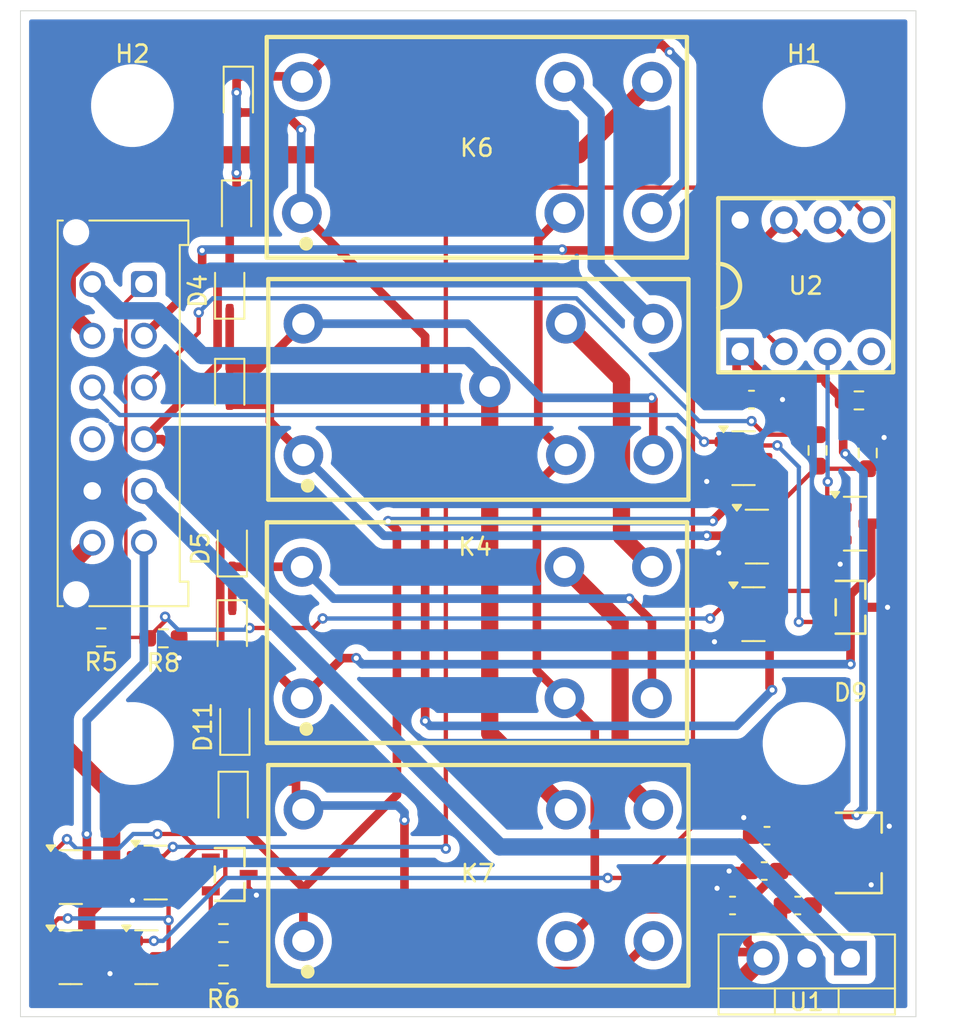
<source format=kicad_pcb>
(kicad_pcb (version 20241229) (generator "pcbnew") (generator_version "9.0")
  (layers (0 "F.Cu" signal) (2 "B.Cu" signal) (13 "F.Paste" user) (15 "B.Paste" user) (5 "F.SilkS" user "F.Silkscreen") (7 "B.SilkS" user "B.Silkscreen") (1 "F.Mask" user) (3 "B.Mask" user) (25 "Edge.Cuts" user))
  (net 0 "")
  (net 1 "GND")
  (net 2 "+12V")
  (net 3 "Red_LED_Flashing")
  (net 4 "Green_LED_On")
  (net 5 "Net-(D5-K)")
  (net 6 "Net-(K5-Pad4)")
  (net 7 "SDC 2")
  (net 8 "/Drain_BMS")
  (net 9 "SDC 1")
  (net 10 "Net-(K4-Pad4)")
  (net 11 "/Drain_BSPD")
  (net 12 "Net-(D1-K)")
  (net 13 "Net-(D3-K)")
  (net 14 "/Drain_IMD")
  (net 15 "BSPD Fault")
  (net 16 "BMS Fault")
  (net 17 "Reset")
  (net 18 "+5V")
  (net 20 "IMD_Gate")
  (net 21 "Precharge_gate")
  (net 22 "No_Fault")
  (net 23 "BSPD_gate")
  (net 24 "IMD Fault")
  (net 25 "BAT+")
  (net 26 "Fault")
  (net 27 "Net-(K4-Pad5)")
  (net 28 "/Drain_Precharge")
  (net 29 "Net-(D10-K)")
  (net 30 "BMS_gate")
  (net 31 "green_PIC")
  (net 32 "red_PIC")
  (footprint "Diode_SMD:D_SOD-323" (layer "F.Cu") (at 93.8 64.7 90)
    (property "Reference" "D5")
    (property "Value" "1N4148WX-TP" (hide yes))
  )
  (footprint "Resistor_SMD:R_0603_1608Metric_Pad0.98x0.95mm_HandSolder" (layer "F.Cu") (at 130.1875 56.1)
    (property "Reference" "R11" (hide yes))
    (property "Value" "33k")
  )
  (footprint "Diode_SMD:D_SOD-323" (layer "F.Cu") (at 93.95 75.05 90)
    (property "Reference" "D11")
    (property "Value" "1N4148WX-TP" (hide yes))
  )
  (footprint "Capacitor_SMD:C_0603_1608Metric_Pad1.08x0.95mm_HandSolder" (layer "F.Cu") (at 123.95 56.05 180)
    (property "Reference" "C5" (hide yes))
    (property "Value" "100nF")
  )
  (footprint "easyeda2kicad:DIP-8_L10.2-W10.1-P2.54-LS7.6-BL" (layer "F.Cu") (at 127.1 49.45)
    (property "Reference" "U2")
    (property "Value" "IC-8P" (hide yes))
  )
  (footprint "Capacitor_SMD:C_0603_1608Metric_Pad1.08x0.95mm_HandSolder" (layer "F.Cu") (at 124.6875 83.4 180)
    (property "Reference" "C2" (hide yes))
    (property "Value" "100nF")
  )
  (footprint "easyeda2kicad:RELAYS-TH_HF42F-XX-2HSX-XXX" (layer "F.Cu") (at 108 41.42)
    (property "Reference" "K6")
    (property "Value" "HF42F/012-2HST" (hide yes))
  )
  (footprint "Capacitor_SMD:C_0603_1608Metric_Pad1.08x0.95mm_HandSolder" (layer "F.Cu") (at 122.85 85.4 180)
    (property "Reference" "C3" (hide yes))
    (property "Value" "330nF")
  )
  (footprint "Resistor_SMD:R_0603_1608Metric_Pad0.98x0.95mm_HandSolder" (layer "F.Cu") (at 89.8 69.9 180)
    (property "Reference" "R8")
    (property "Value" "12k")
  )
  (footprint "Capacitor_SMD:C_0603_1608Metric_Pad1.08x0.95mm_HandSolder" (layer "F.Cu") (at 126.6375 85.4 180)
    (property "Reference" "C1" (hide yes))
    (property "Value" "330nF")
  )
  (footprint "Package_TO_SOT_THT:TO-220-3_Vertical" (layer "F.Cu") (at 129.7 88.45 180)
    (property "Reference" "U1")
    (property "Value" "L7812")
  )
  (footprint "easyeda2kicad:RELAYS-TH_HF42F-XX-2HSX-XXX" (layer "F.Cu") (at 108.01 69.57)
    (property "Reference" "K4")
    (property "Value" "HF42F/012-2HST")
  )
  (footprint "easyeda2kicad:SOT-23-3_L3.0-W1.7-P0.95-LS2.9-BR" (layer "F.Cu") (at 129.7 68.1 180)
    (property "Reference" "D9")
    (property "Value" "PSM712-LF-T7")
  )
  (footprint "easyeda2kicad:RELAYS-TH_HF42F-XX-2HSX-XXX" (layer "F.Cu") (at 108.09 55.46)
    (property "Reference" "K5" (hide yes))
    (property "Value" "HF42F/012-2HST")
  )
  (footprint "Diode_SMD:D_SOD-323" (layer "F.Cu") (at 94.15 38.35 -90)
    (property "Reference" "D1" (hide yes))
    (property "Value" "1N4148WX-TP")
  )
  (footprint "Diode_SMD:D_SOD-323" (layer "F.Cu") (at 93.85 79.25 -90)
    (property "Reference" "D10" (hide yes))
    (property "Value" "1N4148WX-TP")
  )
  (footprint "Resistor_SMD:R_0603_1608Metric_Pad0.98x0.95mm_HandSolder" (layer "F.Cu") (at 93.2875 89.4 180)
    (property "Reference" "R6")
    (property "Value" "10k")
  )
  (footprint "Package_TO_SOT_SMD:SOT-23" (layer "F.Cu") (at 124.2625 64)
    (property "Reference" "Q9" (hide yes))
    (property "Value" "AO3400A")
  )
  (footprint "Package_TO_SOT_SMD:SOT-23" (layer "F.Cu") (at 123.4875 59.45)
    (property "Reference" "Q11" (hide yes))
    (property "Value" "AO3400A")
  )
  (footprint "Package_TO_SOT_SMD:SOT-23" (layer "F.Cu") (at 89.35 83.4875)
    (property "Reference" "Q14" (hide yes))
    (property "Value" "AO3400A")
  )
  (footprint "Resistor_SMD:R_0603_1608Metric_Pad0.98x0.95mm_HandSolder" (layer "F.Cu") (at 86.1875 69.85 180)
    (property "Reference" "R5")
    (property "Value" "3k")
  )
  (footprint "Diode_SMD:D_SOD-323" (layer "F.Cu") (at 93.65 49.75 90)
    (property "Reference" "D4")
    (property "Value" "1N4148WX-TP" (hide yes))
  )
  (footprint "Capacitor_SMD:C_0603_1608Metric_Pad1.08x0.95mm_HandSolder" (layer "F.Cu") (at 124.85 81.35 180)
    (property "Reference" "C4" (hide yes))
    (property "Value" "100nF")
  )
  (footprint "Package_TO_SOT_SMD:SOT-23" (layer "F.Cu") (at 129.9625 63.25)
    (property "Reference" "Q10" (hide yes))
    (property "Value" "AO3400A")
  )
  (footprint "Package_TO_SOT_SMD:SOT-23" (layer "F.Cu") (at 124.0625 68.5)
    (property "Reference" "Q1" (hide yes))
    (property "Value" "AO3400A")
  )
  (footprint "MountingHole:MountingHole_4.3mm_M4" (layer "F.Cu") (at 88 39)
    (property "Reference" "H2")
    (property "Value" "MountingHole")
  )
  (footprint "Package_TO_SOT_SMD:SOT-23" (layer "F.Cu") (at 88.8125 88.4)
    (property "Reference" "Q12" (hide yes))
    (property "Value" "AO3400A")
  )
  (footprint "MountingHole:MountingHole_4.3mm_M4" (layer "F.Cu") (at 127 76)
    (property "Reference" "H3" (hide yes))
    (property "Value" "MountingHole" (hide yes))
  )
  (footprint "easyeda2kicad:SOT-89-3_L4.5-W2.5-P1.50-LS4.2-BR" (layer "F.Cu") (at 129.56 82.35 180)
    (property "Reference" "U3" (hide yes))
    (property "Value" "78L05G-AB3-R")
  )
  (footprint "Diode_SMD:D_SOD-323" (layer "F.Cu") (at 94.05 44.95 -90)
    (property "Reference" "D2" (hide yes))
    (property "Value" "1N4148WX-TP")
  )
  (footprint "MountingHole:MountingHole_4.3mm_M4" (layer "F.Cu") (at 127 39)
    (property "Reference" "H1")
    (property "Value" "MountingHole" (hide yes))
  )
  (footprint "Package_TO_SOT_SMD:SOT-23" (layer "F.Cu") (at 84.4125 88.4)
    (property "Reference" "Q2" (hide yes))
    (property "Value" "AO3401A")
  )
  (footprint "MountingHole:MountingHole_4.3mm_M4" (layer "F.Cu") (at 88 76)
    (property "Reference" "H4" (hide yes))
    (property "Value" "MountingHole")
  )
  (footprint "Diode_SMD:D_SOD-323" (layer "F.Cu") (at 93.65 55.3 -90)
    (property "Reference" "D3" (hide yes))
    (property "Value" "1N4148WX-TP")
  )
  (footprint "Diode_SMD:D_SOD-323" (layer "F.Cu") (at 93.8 69.3 -90)
    (property "Reference" "D6" (hide yes))
    (property "Value" "1N4148WX-TP")
  )
  (footprint "Resistor_SMD:R_0603_1608Metric_Pad0.98x0.95mm_HandSolder" (layer "F.Cu") (at 127.7875 59 90)
    (property "Reference" "R9" (hide yes))
    (property "Value" "1300")
  )
  (footprint "Resistor_SMD:R_0603_1608Metric_Pad0.98x0.95mm_HandSolder" (layer "F.Cu") (at 130.7 59.15 -90)
    (property "Reference" "R10" (hide yes))
    (property "Value" "820")
  )
  (footprint "easyeda2kicad:SOT-23-3_L3.0-W1.7-P0.95-LS2.9-BR" (layer "F.Cu") (at 93.65 83.6 180)
    (property "Reference" "D8" (hide yes))
    (property "Value" "PSM712-LF-T7")
  )
  (footprint "Connector_Molex:Molex_Micro-Fit_3.0_43045-1212_2x06_P3.00mm_Vertical" (layer "F.Cu") (at 88.67 49.35 -90)
    (property "Reference" "J1" (hide yes))
    (property "Value" "043045-1212")
  )
  (footprint "Package_TO_SOT_SMD:SOT-23" (layer "F.Cu") (at 84.4225 83.75)
    (property "Reference" "Q3" (hide yes))
    (property "Value" "AO3401A")
  )
  (footprint "Resistor_SMD:R_0603_1608Metric_Pad0.98x0.95mm_HandSolder" (layer "F.Cu") (at 93.2875 87 180)
    (property "Reference" "R7" (hide yes))
    (property "Value" "10k")
  )
  (footprint "easyeda2kicad:RELAYS-TH_HF42F-XX-2HSX-XXX" (layer "F.Cu") (at 108.09 83.65)
    (property "Reference" "K7")
    (property "Value" "HF42F/012-2HST")
  )
  (gr_line (start 133.5 91.85) (end 133.5 33.5) (stroke (width 0.05)) (layer "Edge.Cuts"))
  (gr_line (start 81.5 33.5) (end 133.5 33.5) (stroke (width 0.05)) (layer "Edge.Cuts"))
  (gr_line (start 81.5 91.85) (end 133.5 91.85) (stroke (width 0.05)) (layer "Edge.Cuts"))
  (gr_line (start 81.5 33.5) (end 81.5 91.85) (stroke (width 0.05)) (layer "Edge.Cuts"))
  (segment (start 90.7125 69.9) (end 90.7125 71.0375) (width 0.2) (layer "F.Cu") (net 1))
  (segment (start 130.92 84.18) (end 130.9 84.2) (width 0.5) (layer "F.Cu") (net 1))
  (segment (start 122.45 69.45) (end 121.8 70.1) (width 0.5) (layer "F.Cu") (net 1))
  (segment (start 130.92 82.35) (end 130.92 84.18) (width 0.5) (layer "F.Cu") (net 1))
  (segment (start 121.75 60.4) (end 121.35 60.8) (width 0.5) (layer "F.Cu") (net 1))
  (segment (start 125.775 87.065) (end 127.16 88.45) (width 0.5) (layer "F.Cu") (net 1))
  (segment (start 130.7 58.2375) (end 131.6375 58.2375) (width 0.25) (layer "F.Cu") (net 1))
  (segment (start 123.9875 81.35) (end 123.9875 80.7875) (width 0.5) (layer "F.Cu") (net 1))
  (segment (start 88.4125 84.4375) (end 88.4125 84.6875) (width 0.5) (layer "F.Cu") (net 1))
  (segment (start 123.9875 80.7875) (end 123.5 80.3) (width 0.5) (layer "F.Cu") (net 1))
  (segment (start 130.92 82.35) (end 130.92 81.83) (width 0.5) (layer "F.Cu") (net 1))
  (segment (start 88.4125 84.6875) (end 88 85.1) (width 0.5) (layer "F.Cu") (net 1))
  (segment (start 87.875 89.35) (end 86.7 89.35) (width 0.5) (layer "F.Cu") (net 1))
  (segment (start 94.75 83.6) (end 94.75 84.35) (width 0.25) (layer "F.Cu") (net 1))
  (segment (start 123.325 64.95) (end 122.05 64.95) (width 0.25) (layer "F.Cu") (net 1))
  (segment (start 131.6375 58.2375) (end 131.65 58.25) (width 0.25) (layer "F.Cu") (net 1))
  (segment (start 130.92 81.83) (end 131.95 80.8) (width 0.5) (layer "F.Cu") (net 1))
  (segment (start 129.025 65.525) (end 129.1 65.6) (width 0.5) (layer "F.Cu") (net 1))
  (segment (start 121.9875 84.4375) (end 121.95 84.4) (width 0.5) (layer "F.Cu") (net 1))
  (segment (start 121.9875 85.4) (end 121.9875 84.4375) (width 0.5) (layer "F.Cu") (net 1))
  (segment (start 129.025 64.2) (end 129.025 65.525) (width 0.5) (layer "F.Cu") (net 1))
  (segment (start 130.8 68.1) (end 131.85 68.1) (width 0.25) (layer "F.Cu") (net 1))
  (segment (start 94.75 84.35) (end 95.2 84.8) (width 0.25) (layer "F.Cu") (net 1))
  (segment (start 124.8125 56.05) (end 125.75 56.05) (width 0.5) (layer "F.Cu") (net 1))
  (segment (start 122.55 60.4) (end 121.75 60.4) (width 0.5) (layer "F.Cu") (net 1))
  (segment (start 123.825 83.4) (end 122.65 83.4) (width 0.5) (layer "F.Cu") (net 1))
  (segment (start 123.125 69.45) (end 122.45 69.45) (width 0.5) (layer "F.Cu") (net 1))
  (segment (start 125.775 85.4) (end 125.775 87.065) (width 0.5) (layer "F.Cu") (net 1))
  (via (at 129.1 65.6) (size 0.6) (drill 0.3) (layers "F.Cu" "B.Cu") (net 1))
  (via (at 130.9 84.2) (size 0.6) (drill 0.3) (layers "F.Cu" "B.Cu") (net 1))
  (via (at 123.5 80.3) (size 0.6) (drill 0.3) (layers "F.Cu" "B.Cu") (net 1))
  (via (at 122.65 83.4) (size 0.6) (drill 0.3) (layers "F.Cu" "B.Cu") (net 1))
  (via (at 90.7125 71.0375) (size 0.6) (drill 0.3) (layers "F.Cu" "B.Cu") (net 1))
  (via (at 131.65 58.25) (size 0.6) (drill 0.3) (layers "F.Cu" "B.Cu") (net 1))
  (via (at 125.75 56.05) (size 0.6) (drill 0.3) (layers "F.Cu" "B.Cu") (net 1))
  (via (at 122.05 64.95) (size 0.6) (drill 0.3) (layers "F.Cu" "B.Cu") (net 1))
  (via (at 121.8 70.1) (size 0.6) (drill 0.3) (layers "F.Cu" "B.Cu") (net 1))
  (via (at 131.95 80.8) (size 0.6) (drill 0.3) (layers "F.Cu" "B.Cu") (net 1))
  (via (at 95.2 84.8) (size 0.6) (drill 0.3) (layers "F.Cu" "B.Cu") (net 1))
  (via (at 121.35 60.8) (size 0.6) (drill 0.3) (layers "F.Cu" "B.Cu") (net 1))
  (via (at 121.95 84.4) (size 0.6) (drill 0.3) (layers "F.Cu" "B.Cu") (net 1))
  (via (at 88 85.1) (size 0.6) (drill 0.3) (layers "F.Cu" "B.Cu") (net 1))
  (via (at 131.85 68.1) (size 0.6) (drill 0.3) (layers "F.Cu" "B.Cu") (net 1))
  (via (at 86.7 89.35) (size 0.6) (drill 0.3) (layers "F.Cu" "B.Cu") (net 1))
  (segment (start 127.88 83.4) (end 127.88 83.53) (width 0.5) (layer "F.Cu") (net 2))
  (segment (start 125.55 83.4) (end 127.88 83.4) (width 0.5) (layer "F.Cu") (net 2))
  (segment (start 123.7125 85.4) (end 123.7125 85.2375) (width 0.5) (layer "F.Cu") (net 2))
  (segment (start 120.688734 85.619) (end 123.169734 88.1) (width 0.5) (layer "F.Cu") (net 2))
  (segment (start 95.35 90.55) (end 122.52 90.55) (width 1) (layer "F.Cu") (net 2))
  (segment (start 113.17 87.46) (end 114.85 85.78) (width 0.5) (layer "F.Cu") (net 2))
  (segment (start 123.7125 85.2375) (end 125.55 83.4) (width 0.5) (layer "F.Cu") (net 2))
  (segment (start 94.2 89.4) (end 94.2 87) (width 1) (layer "F.Cu") (net 2))
  (segment (start 111.489 60.951) (end 113.17 59.27) (width 0.5) (layer "F.Cu") (net 2))
  (segment (start 123.7125 85.4) (end 123.7125 87.5425) (width 0.5) (layer "F.Cu") (net 2))
  (segment (start 123.7125 87.5425) (end 124.62 88.45) (width 0.5) (layer "F.Cu") (net 2))
  (segment (start 124.27 88.1) (end 124.62 88.45) (width 0.5) (layer "F.Cu") (net 2))
  (segment (start 127.88 83.53) (end 128.2 83.85) (width 0.5) (layer "F.Cu") (net 2))
  (segment (start 83.475 89.35) (end 84.701 90.576) (width 1) (layer "F.Cu") (net 2))
  (segment (start 113.17 59.27) (end 111.569 57.669) (width 0.5) (layer "F.Cu") (net 2))
  (segment (start 114.85 75.14) (end 113.09 73.38) (width 0.5) (layer "F.Cu") (net 2))
  (segment (start 111.569 46.741) (end 113.08 45.23) (width 0.5) (layer "F.Cu") (net 2))
  (segment (start 93.024 90.576) (end 94.2 89.4) (width 1) (layer "F.Cu") (net 2))
  (segment (start 122.52 90.55) (end 124.62 88.45) (width 1) (layer "F.Cu") (net 2))
  (segment (start 82.2865 88.1615) (end 83.475 89.35) (width 0.5) (layer "F.Cu") (net 2))
  (segment (start 82.2865 85.8985) (end 82.2865 88.1615) (width 0.5) (layer "F.Cu") (net 2))
  (segment (start 114.771 85.619) (end 120.688734 85.619) (width 0.5) (layer "F.Cu") (net 2))
  (segment (start 123.169734 88.1) (end 124.27 88.1) (width 0.5) (layer "F.Cu") (net 2))
  (segment (start 83.485 84.7) (end 82.2865 85.8985) (width 0.5) (layer "F.Cu") (net 2))
  (segment (start 113.09 73.38) (end 111.489 71.779) (width 0.5) (layer "F.Cu") (net 2))
  (segment (start 111.489 71.779) (end 111.489 60.951) (width 0.5) (layer "F.Cu") (net 2))
  (segment (start 114.85 85.78) (end 114.85 75.14) (width 0.5) (layer "F.Cu") (net 2))
  (segment (start 111.569 57.669) (end 111.569 46.741) (width 0.5) (layer "F.Cu") (net 2))
  (segment (start 84.701 90.576) (end 93.024 90.576) (width 1) (layer "F.Cu") (net 2))
  (segment (start 94.2 89.4) (end 95.35 90.55) (width 1) (layer "F.Cu") (net 2))
  (segment (start 85.36 83.75) (end 85.36 81.26) (width 0.5) (layer "F.Cu") (net 3))
  (segment (start 85.36 81.26) (end 85.35 81.25) (width 0.5) (layer "F.Cu") (net 3))
  (via (at 85.35 81.25) (size 0.6) (drill 0.3) (layers "F.Cu" "B.Cu") (net 3))
  (segment (start 85.35 74.65) (end 88.67 71.33) (width 0.5) (layer "B.Cu") (net 3))
  (segment (start 85.35 81.25) (end 85.35 74.65) (width 0.5) (layer "B.Cu") (net 3))
  (segment (start 88.67 71.33) (end 88.67 64.35) (width 0.5) (layer "B.Cu") (net 3))
  (segment (start 86.7985 84.256652) (end 86.7985 78.901) (width 1) (layer "F.Cu") (net 4))
  (segment (start 86.7985 78.901) (end 83.469 75.5715) (width 1) (layer "F.Cu") (net 4))
  (segment (start 85.35 85.705152) (end 86.7985 84.256652) (width 1) (layer "F.Cu") (net 4))
  (segment (start 83.469 66.551) (end 85.67 64.35) (width 1) (layer "F.Cu") (net 4))
  (segment (start 83.469 75.5715) (end 83.469 66.551) (width 1) (layer "F.Cu") (net 4))
  (segment (start 85.35 88.4) (end 85.35 85.705152) (width 1) (layer "F.Cu") (net 4))
  (segment (start 118.17 68.92) (end 116.85 67.6) (width 0.5) (layer "F.Cu") (net 5))
  (segment (start 93.8 68.25) (end 93.8 65.75) (width 0.5) (layer "F.Cu") (net 5))
  (segment (start 118.17 73.38) (end 118.17 68.92) (width 0.5) (layer "F.Cu") (net 5))
  (segment (start 93.8 65.75) (end 96.91 65.75) (width 0.5) (layer "F.Cu") (net 5))
  (via (at 116.85 67.6) (size 0.6) (drill 0.3) (layers "F.Cu" "B.Cu") (net 5))
  (segment (start 99.69 67.6) (end 97.85 65.76) (width 0.5) (layer "B.Cu") (net 5))
  (segment (start 116.85 67.6) (end 99.69 67.6) (width 0.5) (layer "B.Cu") (net 5))
  (segment (start 118.25 51.65) (end 114.931 48.331) (width 1) (layer "B.Cu") (net 6))
  (segment (start 114.931 48.331) (end 114.931 39.461) (width 1) (layer "B.Cu") (net 6))
  (segment (start 114.931 39.461) (end 113.08 37.61) (width 1) (layer "B.Cu") (net 6))
  (segment (start 108.75 75.42) (end 113.17 79.84) (width 1) (layer "F.Cu") (net 7))
  (segment (start 108.75 55.3) (end 108.75 75.42) (width 1) (layer "F.Cu") (net 7))
  (via (at 108.75 55.3) (size 2.4) (drill 1.2) (layers "F.Cu" "B.Cu") (net 7))
  (segment (start 92.04671 53.501) (end 89.44471 50.899) (width 1) (layer "B.Cu") (net 7))
  (segment (start 87.219 50.899) (end 85.67 49.35) (width 1) (layer "B.Cu") (net 7))
  (segment (start 89.44471 50.899) (end 87.219 50.899) (width 1) (layer "B.Cu") (net 7))
  (segment (start 107.499 53.501) (end 92.04671 53.501) (width 1) (layer "B.Cu") (net 7))
  (segment (start 108.75 55.3) (end 108.75 54.752) (width 1) (layer "B.Cu") (net 7))
  (segment (start 108.75 54.752) (end 107.499 53.501) (width 1) (layer "B.Cu") (net 7))
  (segment (start 101 71.05) (end 100.18 71.05) (width 0.5) (layer "F.Cu") (net 8))
  (segment (start 129.7 67.363) (end 130.9 66.163) (width 0.5) (layer "F.Cu") (net 8))
  (segment (start 129.679 71.379) (end 129.7 71.4) (width 0.5) (layer "F.Cu") (net 8))
  (segment (start 93.8 70.35) (end 94.82 70.35) (width 0.5) (layer "F.Cu") (net 8))
  (segment (start 129.7 71.4) (end 129.7 67.363) (width 0.5) (layer "F.Cu") (net 8))
  (segment (start 130.9 63.25) (end 130.9 66.163) (width 0.5) (layer "F.Cu") (net 8))
  (segment (start 94.82 70.35) (end 97.85 73.38) (width 0.5) (layer "F.Cu") (net 8))
  (segment (start 100.18 71.05) (end 97.85 73.38) (width 0.5) (layer "F.Cu") (net 8))
  (via (at 101 71.05) (size 0.6) (drill 0.3) (layers "F.Cu" "B.Cu") (net 8))
  (via (at 129.7 71.4) (size 0.6) (drill 0.3) (layers "F.Cu" "B.Cu") (net 8))
  (segment (start 129.7 71.4) (end 101.35 71.4) (width 0.5) (layer "B.Cu") (net 8))
  (segment (start 101.35 71.4) (end 101 71.05) (width 0.5) (layer "B.Cu") (net 8))
  (segment (start 84.219 50.899) (end 84.219 48.748976) (width 1) (layer "F.Cu") (net 9))
  (segment (start 113.92 41.85) (end 118.16 37.61) (width 1) (layer "F.Cu") (net 9))
  (segment (start 84.219 48.748976) (end 91.117976 41.85) (width 1) (layer "F.Cu") (net 9))
  (segment (start 85.67 52.35) (end 84.219 50.899) (width 1) (layer "F.Cu") (net 9))
  (segment (start 91.117976 41.85) (end 113.92 41.85) (width 1) (layer "F.Cu") (net 9))
  (segment (start 116.399 63.989) (end 116.399 54.879) (width 1) (layer "F.Cu") (net 10))
  (segment (start 116.399 54.879) (end 113.17 51.65) (width 1) (layer "F.Cu") (net 10))
  (segment (start 118.17 65.76) (end 116.399 63.989) (width 1) (layer "F.Cu") (net 10))
  (segment (start 125 68.5) (end 125 72.75) (width 0.5) (layer "F.Cu") (net 11))
  (segment (start 105 52.39) (end 97.84 45.23) (width 0.5) (layer "F.Cu") (net 11))
  (segment (start 125 72.75) (end 125.15 72.9) (width 0.5) (layer "F.Cu") (net 11))
  (segment (start 94.15 39.4) (end 96.8 39.4) (width 0.5) (layer "F.Cu") (net 11))
  (segment (start 96.8 39.4) (end 97.8 40.4) (width 0.5) (layer "F.Cu") (net 11))
  (segment (start 105 74.7) (end 105 52.39) (width 0.5) (layer "F.Cu") (net 11))
  (via (at 97.8 40.4) (size 0.6) (drill 0.3) (layers "F.Cu" "B.Cu") (net 11))
  (via (at 105 74.7) (size 0.6) (drill 0.3) (layers "F.Cu" "B.Cu") (net 11))
  (via (at 125.15 72.9) (size 0.6) (drill 0.3) (layers "F.Cu" "B.Cu") (net 11))
  (segment (start 123.069 74.981) (end 105.281 74.981) (width 0.5) (layer "B.Cu") (net 11))
  (segment (start 125.15 72.9) (end 123.069 74.981) (width 0.5) (layer "B.Cu") (net 11))
  (segment (start 105.281 74.981) (end 105 74.7) (width 0.5) (layer "B.Cu") (net 11))
  (segment (start 97.8 45.19) (end 97.84 45.23) (width 0.5) (layer "B.Cu") (net 11))
  (segment (start 97.8 40.4) (end 97.8 45.19) (width 0.5) (layer "B.Cu") (net 11))
  (segment (start 97.53 37.3) (end 97.84 37.61) (width 0.5) (layer "F.Cu") (net 12))
  (segment (start 94.05 43.9) (end 94.05 42.9) (width 0.5) (layer "F.Cu") (net 12))
  (segment (start 94.05 37.4) (end 94.15 37.3) (width 0.5) (layer "F.Cu") (net 12))
  (segment (start 100 35.45) (end 97.84 37.61) (width 0.5) (layer "F.Cu") (net 12))
  (segment (start 118.75 35.45) (end 100 35.45) (width 0.5) (layer "F.Cu") (net 12))
  (segment (start 94.15 37.3) (end 97.53 37.3) (width 0.5) (layer "F.Cu") (net 12))
  (segment (start 94.05 38.25) (end 94.05 37.4) (width 0.5) (layer "F.Cu") (net 12))
  (segment (start 119.2 35.9) (end 118.75 35.45) (width 0.5) (layer "F.Cu") (net 12))
  (via (at 94.05 42.9) (size 0.6) (drill 0.3) (layers "F.Cu" "B.Cu") (net 12))
  (via (at 119.2 35.9) (size 0.6) (drill 0.3) (layers "F.Cu" "B.Cu") (net 12))
  (via (at 94.05 38.25) (size 0.6) (drill 0.3) (layers "F.Cu" "B.Cu") (net 12))
  (segment (start 119.2 35.9) (end 120 36.7) (width 0.5) (layer "B.Cu") (net 12))
  (segment (start 94.05 42.9) (end 94.05 38.25) (width 0.5) (layer "B.Cu") (net 12))
  (segment (start 120 43.39) (end 118.16 45.23) (width 0.5) (layer "B.Cu") (net 12))
  (segment (start 120 36.7) (end 120 43.39) (width 0.5) (layer "B.Cu") (net 12))
  (segment (start 118.25 56.05) (end 118.15 55.95) (width 0.5) (layer "F.Cu") (net 13))
  (segment (start 118.25 59.27) (end 118.25 56.05) (width 0.5) (layer "F.Cu") (net 13))
  (segment (start 93.65 54.25) (end 95.33 54.25) (width 0.5) (layer "F.Cu") (net 13))
  (segment (start 95.33 54.25) (end 97.93 51.65) (width 0.5) (layer "F.Cu") (net 13))
  (segment (start 93.65 50.8) (end 93.65 54.25) (width 0.5) (layer "F.Cu") (net 13))
  (via (at 118.15 55.95) (size 0.6) (drill 0.3) (layers "F.Cu" "B.Cu") (net 13))
  (segment (start 118.15 55.95) (end 111.734867 55.95) (width 0.5) (layer "B.Cu") (net 13))
  (segment (start 107.434867 51.65) (end 97.93 51.65) (width 0.5) (layer "B.Cu") (net 13))
  (segment (start 111.734867 55.95) (end 107.434867 51.65) (width 0.5) (layer "B.Cu") (net 13))
  (segment (start 93.65 56.35) (end 95.98 56.35) (width 0.5) (layer "F.Cu") (net 14))
  (segment (start 95.98 56.35) (end 95.98 57.32) (width 0.5) (layer "F.Cu") (net 14))
  (segment (start 125.15 63.95) (end 125.2 64) (width 0.5) (layer "F.Cu") (net 14))
  (segment (start 95.98 57.32) (end 97.93 59.27) (width 0.5) (layer "F.Cu") (net 14))
  (segment (start 121.35 63.95) (end 125.15 63.95) (width 0.5) (layer "F.Cu") (net 14))
  (via (at 121.35 63.95) (size 0.6) (drill 0.3) (layers "F.Cu" "B.Cu") (net 14))
  (segment (start 97.93 59.27) (end 102.61 63.95) (width 0.5) (layer "B.Cu") (net 14))
  (segment (start 102.61 63.95) (end 121.35 63.95) (width 0.5) (layer "B.Cu") (net 14))
  (segment (start 87.619 67.506) (end 85.275 69.85) (width 0.2) (layer "F.Cu") (net 15))
  (segment (start 88.67 49.35) (end 87.619 50.401) (width 0.2) (layer "F.Cu") (net 15))
  (segment (start 87.619 50.401) (end 87.619 67.506) (width 0.2) (layer "F.Cu") (net 15))
  (segment (start 88.67 52.35) (end 92.05 48.97) (width 0.5) (layer "F.Cu") (net 16))
  (segment (start 124.07 47.4) (end 125.83 45.64) (width 0.5) (layer "F.Cu") (net 16))
  (segment (start 132.2 54.75) (end 132.2 52.01) (width 0.25) (layer "F.Cu") (net 16))
  (segment (start 92.05 48.97) (end 92.05 47.4) (width 0.5) (layer "F.Cu") (net 16))
  (segment (start 132.2 52.01) (end 125.83 45.64) (width 0.25) (layer "F.Cu") (net 16))
  (segment (start 112.95 47.4) (end 112.95 47.35) (width 0.5) (layer "F.Cu") (net 16))
  (segment (start 131.1 55.85) (end 131.1 56.1) (width 0.25) (layer "F.Cu") (net 16))
  (segment (start 124.07 47.4) (end 112.95 47.4) (width 0.5) (layer "F.Cu") (net 16))
  (segment (start 132.2 54.75) (end 131.1 55.85) (width 0.25) (layer "F.Cu") (net 16))
  (via (at 92.05 47.4) (size 0.6) (drill 0.3) (layers "F.Cu" "B.Cu") (net 16))
  (via (at 112.95 47.35) (size 0.6) (drill 0.3) (layers "F.Cu" "B.Cu") (net 16))
  (segment (start 112.95 47.35) (end 92.1 47.35) (width 0.5) (layer "B.Cu") (net 16))
  (segment (start 92.1 47.35) (end 92.05 47.4) (width 0.5) (layer "B.Cu") (net 16))
  (segment (start 89.73066 58.35) (end 88.67 58.35) (width 0.5) (layer "F.Cu") (net 17))
  (segment (start 93.8 62.41934) (end 89.73066 58.35) (width 0.5) (layer "F.Cu") (net 17))
  (segment (start 93.65 46.4) (end 94.05 46) (width 0.5) (layer "F.Cu") (net 17))
  (segment (start 93.95 74) (end 93.099 73.149) (width 0.5) (layer "F.Cu") (net 17))
  (segment (start 93.099 73.149) (end 93.099 64.351) (width 0.5) (layer "F.Cu") (net 17))
  (segment (start 93.099 64.351) (end 93.8 63.65) (width 0.5) (layer "F.Cu") (net 17))
  (segment (start 93.8 63.65) (end 93.8 62.41934) (width 0.5) (layer "F.Cu") (net 17))
  (segment (start 92.949 54.071) (end 88.67 58.35) (width 0.5) (layer "F.Cu") (net 17))
  (segment (start 93.65 48.7) (end 92.949 49.401) (width 0.5) (layer "F.Cu") (net 17))
  (segment (start 92.949 49.401) (end 92.949 54.071) (width 0.5) (layer "F.Cu") (net 17))
  (segment (start 93.65 48.7) (end 93.65 46.4) (width 0.5) (layer "F.Cu") (net 17))
  (segment (start 127.73 81.35) (end 127.73 81.32) (width 0.5) (layer "F.Cu") (net 18))
  (segment (start 125.7125 81.35) (end 127.73 81.35) (width 0.5) (layer "F.Cu") (net 18))
  (segment (start 128.249 55.074) (end 129.275 56.1) (width 0.5) (layer "F.Cu") (net 18))
  (segment (start 128.2 80.85) (end 128.23 80.85) (width 0.5) (layer "F.Cu") (net 18))
  (segment (start 129.275 59.075) (end 129.4 59.2) (width 0.5) (layer "F.Cu") (net 18))
  (segment (start 129.275 56.1) (end 129.275 59.075) (width 0.5) (layer "F.Cu") (net 18))
  (segment (start 127.73 81.32) (end 128.2 80.85) (width 0.5) (layer "F.Cu") (net 18))
  (segment (start 124.854 54.824) (end 123.29 53.26) (width 0.5) (layer "F.Cu") (net 18))
  (segment (start 128.249 54.824) (end 128.249 55.074) (width 0.5) (layer "F.Cu") (net 18))
  (segment (start 128.249 54.824) (end 124.854 54.824) (width 0.5) (layer "F.Cu") (net 18))
  (segment (start 130.05 80.15) (end 128.93 80.15) (width 0.5) (layer "F.Cu") (net 18))
  (segment (start 123.0875 56.05) (end 123.0875 53.4625) (width 0.5) (layer "F.Cu") (net 18))
  (segment (start 123.0875 53.4625) (end 123.29 53.26) (width 0.5) (layer "F.Cu") (net 18))
  (segment (start 128.23 80.85) (end 128.93 80.15) (width 0.5) (layer "F.Cu") (net 18))
  (via (at 130.05 80.15) (size 0.6) (drill 0.3) (layers "F.Cu" "B.Cu") (net 18))
  (via (at 129.4 59.2) (size 0.6) (drill 0.3) (layers "F.Cu" "B.Cu") (net 18))
  (segment (start 129.4 59.2) (end 130.451 60.251) (width 0.5) (layer "B.Cu") (net 18))
  (segment (start 130.451 60.251) (end 130.451 79.749) (width 0.5) (layer "B.Cu") (net 18))
  (segment (start 130.451 79.749) (end 130.05 80.15) (width 0.5) (layer "B.Cu") (net 18))
  (segment (start 131.175 60.0625) (end 130.7 60.0625) (width 0.25) (layer "F.Cu") (net 20))
  (segment (start 123.325 63.05) (end 124.65 63.05) (width 0.25) (layer "F.Cu") (net 20))
  (segment (start 128.37 45.64) (end 132.65 49.92) (width 0.25) (layer "F.Cu") (net 20))
  (segment (start 127.9375 60.0625) (end 127.7875 59.9125) (width 0.25) (layer "F.Cu") (net 20))
  (segment (start 130.7 60.0625) (end 127.9375 60.0625) (width 0.25) (layer "F.Cu") (net 20))
  (segment (start 124.65 63.05) (end 127.7875 59.9125) (width 0.25) (layer "F.Cu") (net 20))
  (segment (start 132.65 49.92) (end 132.65 58.5875) (width 0.25) (layer "F.Cu") (net 20))
  (segment (start 132.65 58.5875) (end 131.175 60.0625) (width 0.25) (layer "F.Cu") (net 20))
  (segment (start 128.5 68.95) (end 128.6 69.05) (width 0.25) (layer "F.Cu") (net 21))
  (segment (start 122.7625 58.7125) (end 122.55 58.5) (width 0.25) (layer "F.Cu") (net 21))
  (segment (start 125.45 58.7125) (end 122.7625 58.7125) (width 0.25) (layer "F.Cu") (net 21))
  (segment (start 126.7 68.95) (end 128.5 68.95) (width 0.25) (layer "F.Cu") (net 21))
  (segment (start 122.55 58.5) (end 121.2 58.5) (width 0.25) (layer "F.Cu") (net 21))
  (segment (start 126.8 69.05) (end 126.7 68.95) (width 0.25) (layer "F.Cu") (net 21))
  (via (at 125.45 58.7125) (size 0.6) (drill 0.3) (layers "F.Cu" "B.Cu") (net 21))
  (via (at 121.2 58.5) (size 0.6) (drill 0.3) (layers "F.Cu" "B.Cu") (net 21))
  (via (at 126.7 68.95) (size 0.6) (drill 0.3) (layers "F.Cu" "B.Cu") (net 21))
  (segment (start 126.7 59.9625) (end 125.45 58.7125) (width 0.25) (layer "B.Cu") (net 21))
  (segment (start 85.67 55.35) (end 87.27 56.95) (width 0.25) (layer "B.Cu") (net 21))
  (segment (start 119.65 56.95) (end 121.2 58.5) (width 0.25) (layer "B.Cu") (net 21))
  (segment (start 126.7 68.95) (end 126.7 59.9625) (width 0.25) (layer "B.Cu") (net 21))
  (segment (start 87.27 56.95) (end 119.65 56.95) (width 0.25) (layer "B.Cu") (net 21))
  (segment (start 90.1 86.25) (end 90.1 85.1) (width 0.25) (layer "F.Cu") (net 22))
  (segment (start 90.1 85.1) (end 92.55 82.65) (width 0.25) (layer "F.Cu") (net 22))
  (segment (start 83.475 86.375) (end 83.475 87.45) (width 0.25) (layer "F.Cu") (net 22))
  (segment (start 92.375 89.4) (end 90.75 89.4) (width 0.25) (layer "F.Cu") (net 22))
  (segment (start 90.1 88.05) (end 89.75 88.4) (width 0.25) (layer "F.Cu") (net 22))
  (segment (start 90.1 86.25) (end 90.1 88.05) (width 0.25) (layer "F.Cu") (net 22))
  (segment (start 84.25 86.15) (end 83.7 86.15) (width 0.25) (layer "F.Cu") (net 22))
  (segment (start 90.75 89.4) (end 89.75 88.4) (width 0.25) (layer "F.Cu") (net 22))
  (segment (start 83.7 86.15) (end 83.475 86.375) (width 0.25) (layer "F.Cu") (net 22))
  (via (at 90.1 86.25) (size 0.6) (drill 0.3) (layers "F.Cu" "B.Cu") (net 22))
  (via (at 84.25 86.15) (size 0.6) (drill 0.3) (layers "F.Cu" "B.Cu") (net 22))
  (segment (start 84.25 86.15) (end 90 86.15) (width 0.25) (layer "B.Cu") (net 22))
  (segment (start 90 86.15) (end 90.1 86.25) (width 0.25) (layer "B.Cu") (net 22))
  (segment (start 88.8375 69.85) (end 88.8875 69.9) (width 0.2) (layer "F.Cu") (net 23))
  (segment (start 122.75 67.55) (end 121.55 68.75) (width 0.25) (layer "F.Cu") (net 23))
  (segment (start 89.9 68.65) (end 89.9 68.8875) (width 0.25) (layer "F.Cu") (net 23))
  (segment (start 99.05 68.75) (end 98.5 69.3) (width 0.25) (layer "F.Cu") (net 23))
  (segment (start 123.125 67.55) (end 122.75 67.55) (width 0.25) (layer "F.Cu") (net 23))
  (segment (start 98.5 69.3) (end 94.8 69.3) (width 0.25) (layer "F.Cu") (net 23))
  (segment (start 87.1 69.85) (end 88.8375 69.85) (width 0.2) (layer "F.Cu") (net 23))
  (segment (start 88.8875 69.9) (end 88.8875 69.6125) (width 0.2) (layer "F.Cu") (net 23))
  (segment (start 128.6 67.15) (end 123.525 67.15) (width 0.25) (layer "F.Cu") (net 23))
  (segment (start 89.9 68.8875) (end 88.8875 69.9) (width 0.25) (layer "F.Cu") (net 23))
  (segment (start 123.525 67.15) (end 123.125 67.55) (width 0.25) (layer "F.Cu") (net 23))
  (via (at 94.8 69.3) (size 0.6) (drill 0.3) (layers "F.Cu" "B.Cu") (net 23))
  (via (at 121.55 68.75) (size 0.6) (drill 0.3) (layers "F.Cu" "B.Cu") (net 23))
  (via (at 99.05 68.75) (size 0.6) (drill 0.3) (layers "F.Cu" "B.Cu") (net 23))
  (via (at 89.9 68.65) (size 0.6) (drill 0.3) (layers "F.Cu" "B.Cu") (net 23))
  (segment (start 94.8 69.3) (end 94.7 69.4) (width 0.25) (layer "B.Cu") (net 23))
  (segment (start 121.55 68.75) (end 99.05 68.75) (width 0.25) (layer "B.Cu") (net 23))
  (segment (start 94.7 69.4) (end 90.65 69.4) (width 0.25) (layer "B.Cu") (net 23))
  (segment (start 90.65 69.4) (end 89.9 68.65) (width 0.25) (layer "B.Cu") (net 23))
  (segment (start 91.85 51) (end 91.85 52.17) (width 0.25) (layer "F.Cu") (net 24))
  (segment (start 127.7875 58.0875) (end 124.7375 58.0875) (width 0.25) (layer "F.Cu") (net 24))
  (segment (start 124.7375 58.0875) (end 123.95 57.3) (width 0.25) (layer "F.Cu") (net 24))
  (segment (start 91.85 52.17) (end 88.67 55.35) (width 0.25) (layer "F.Cu") (net 24))
  (via (at 123.95 57.3) (size 0.6) (drill 0.3) (layers "F.Cu" "B.Cu") (net 24))
  (via (at 91.85 51) (size 0.6) (drill 0.3) (layers "F.Cu" "B.Cu") (net 24))
  (segment (start 123.95 57.3) (end 120.90738 57.3) (width 0.25) (layer "B.Cu") (net 24))
  (segment (start 113.78138 50.174) (end 92.676 50.174) (width 0.25) (layer "B.Cu") (net 24))
  (segment (start 120.90738 57.3) (end 113.78138 50.174) (width 0.25) (layer "B.Cu") (net 24))
  (segment (start 92.676 50.174) (end 91.85 51) (width 0.25) (layer "B.Cu") (net 24))
  (segment (start 127.5 85.4) (end 127.5 86.25) (width 0.5) (layer "F.Cu") (net 25))
  (segment (start 127.5 86.25) (end 129.7 88.45) (width 0.5) (layer "F.Cu") (net 25))
  (segment (start 109.32 82) (end 123.25 82) (width 1) (layer "B.Cu") (net 25))
  (segment (start 88.67 61.35) (end 109.32 82) (width 1) (layer "B.Cu") (net 25))
  (segment (start 123.25 82) (end 129.7 88.45) (width 1) (layer "B.Cu") (net 25))
  (segment (start 83.6 82.685) (end 83.485 82.8) (width 0.25) (layer "F.Cu") (net 26))
  (segment (start 93.396 82.059) (end 91.716 82.059) (width 0.25) (layer "F.Cu") (net 26))
  (segment (start 92.55 86.825) (end 92.375 87) (width 0.25) (layer "F.Cu") (net 26))
  (segment (start 90.907 81.25) (end 91.716 82.059) (width 0.25) (layer "F.Cu") (net 26))
  (segment (start 93.396 83.704) (end 93.396 82.059) (width 0.25) (layer "F.Cu") (net 26))
  (segment (start 92.55 84.55) (end 92.4 84.55) (width 0.25) (layer "F.Cu") (net 26))
  (segment (start 92.55 84.55) (end 92.55 86.825) (width 0.25) (layer "F.Cu") (net 26))
  (segment (start 84.2 81.55) (end 83.6 82.15) (width 0.25) (layer "F.Cu") (net 26))
  (segment (start 91.716 82.059) (end 90.2875 83.4875) (width 0.25) (layer "F.Cu") (net 26))
  (segment (start 92.55 84.55) (end 93.396 83.704) (width 0.25) (layer "F.Cu") (net 26))
  (segment (start 83.6 82.15) (end 83.6 82.685) (width 0.25) (layer "F.Cu") (net 26))
  (segment (start 89.45 81.25) (end 90.907 81.25) (width 0.25) (layer "F.Cu") (net 26))
  (via (at 84.2 81.55) (size 0.6) (drill 0.3) (layers "F.Cu" "B.Cu") (net 26))
  (via (at 89.45 81.25) (size 0.6) (drill 0.3) (layers "F.Cu" "B.Cu") (net 26))
  (segment (start 88.05 81.25) (end 87.2 82.1) (width 0.25) (layer "B.Cu") (net 26))
  (segment (start 87.2 82.1) (end 84.75 82.1) (width 0.25) (layer "B.Cu") (net 26))
  (segment (start 89.45 81.25) (end 88.05 81.25) (width 0.25) (layer "B.Cu") (net 26))
  (segment (start 84.75 82.1) (end 84.2 81.55) (width 0.25) (layer "B.Cu") (net 26))
  (segment (start 116.319 68.989) (end 116.319 77.909) (width 1) (layer "F.Cu") (net 27))
  (segment (start 116.319 77.909) (end 118.25 79.84) (width 1) (layer "F.Cu") (net 27))
  (segment (start 113.09 65.76) (end 116.319 68.989) (width 1) (layer "F.Cu") (net 27))
  (segment (start 102.85 63.1) (end 103.361 63.611) (width 0.5) (layer "F.Cu") (net 28))
  (segment (start 121.7 63.0834) (end 121.7 63.1) (width 0.5) (layer "F.Cu") (net 28))
  (segment (start 97.94 84.39) (end 97.93 84.4) (width 0.5) (layer "F.Cu") (net 28))
  (segment (start 103.361 63.611) (end 103.361 78.969) (width 0.5) (layer "F.Cu") (net 28))
  (segment (start 97.93 84.4) (end 97.93 87.46) (width 0.5) (layer "F.Cu") (net 28))
  (segment (start 103.361 78.969) (end 97.94 84.39) (width 0.5) (layer "F.Cu") (net 28))
  (segment (start 124.425 59.45) (end 124.425 60.3584) (width 0.5) (layer "F.Cu") (net 28))
  (segment (start 97.94 84.39) (end 93.85 80.3) (width 0.5) (layer "F.Cu") (net 28))
  (segment (start 124.425 60.3584) (end 121.7 63.0834) (width 0.5) (layer "F.Cu") (net 28))
  (via (at 102.85 63.1) (size 0.6) (drill 0.3) (layers "F.Cu" "B.Cu") (net 28))
  (via (at 121.7 63.1) (size 0.6) (drill 0.3) (layers "F.Cu" "B.Cu") (net 28))
  (segment (start 121.7 63.1) (end 102.85 63.1) (width 0.5) (layer "B.Cu") (net 28))
  (segment (start 97.5 79.41) (end 97.93 79.84) (width 0.5) (layer "F.Cu") (net 29))
  (segment (start 93.85 76.2) (end 93.95 76.1) (width 0.5) (layer "F.Cu") (net 29))
  (segment (start 116.27 89.2) (end 107.53 89.2) (width 0.5) (layer "F.Cu") (net 29))
  (segment (start 93.85 78.2) (end 93.85 76.2) (width 0.5) (layer "F.Cu") (net 29))
  (segment (start 93.85 78.2) (end 97.5 78.2) (width 0.5) (layer "F.Cu") (net 29))
  (segment (start 118.25 87.22) (end 116.27 89.2) (width 0.5) (layer "F.Cu") (net 29))
  (segment (start 107.53 89.2) (end 103.8 85.47) (width 0.5) (layer "F.Cu") (net 29))
  (segment (start 103.8 85.47) (end 103.8 80.45) (width 0.5) (layer "F.Cu") (net 29))
  (segment (start 97.5 78.2) (end 97.5 79.41) (width 0.5) (layer "F.Cu") (net 29))
  (via (at 103.8 80.45) (size 0.6) (drill 0.3) (layers "F.Cu" "B.Cu") (net 29))
  (segment (start 103.8 80) (end 103.8 80.45) (width 0.5) (layer "B.Cu") (net 29))
  (segment (start 103.5 79.7) (end 103.8 80) (width 0.5) (layer "B.Cu") (net 29))
  (segment (start 103.4 79.6) (end 103.5 79.7) (width 0.5) (layer "B.Cu") (net 29))
  (segment (start 97.93 79.6) (end 103.4 79.6) (width 0.5) (layer "B.Cu") (net 29))
  (segment (start 128.35 60.840942) (end 128.35 61.625) (width 0.25) (layer "F.Cu") (net 30))
  (segment (start 128.35 61.625) (end 129.025 62.3) (width 0.25) (layer "F.Cu") (net 30))
  (segment (start 128.377593 60.813349) (end 128.35 60.840942) (width 0.25) (layer "F.Cu") (net 30))
  (via (at 128.377593 60.813349) (size 0.6) (drill 0.3) (layers "F.Cu" "B.Cu") (net 30))
  (segment (start 128.377593 60.813349) (end 128.37 60.805756) (width 0.25) (layer "B.Cu") (net 30))
  (segment (start 128.37 60.805756) (end 128.37 53.26) (width 0.25) (layer "B.Cu") (net 30))
  (segment (start 120.55 80.8) (end 120.55 53.5) (width 0.25) (layer "F.Cu") (net 31))
  (segment (start 122.55 51.5) (end 124.07 51.5) (width 0.25) (layer "F.Cu") (net 31))
  (segment (start 120.55 53.5) (end 122.55 51.5) (width 0.25) (layer "F.Cu") (net 31))
  (segment (start 124.07 51.5) (end 125.83 53.26) (width 0.25) (layer "F.Cu") (net 31))
  (segment (start 117.55 83.8) (end 120.55 80.8) (width 0.25) (layer "F.Cu") (net 31))
  (segment (start 89.25 87.45) (end 87.875 87.45) (width 0.25) (layer "F.Cu") (net 31))
  (segment (start 115.6 83.8) (end 117.55 83.8) (width 0.25) (layer "F.Cu") (net 31))
  (via (at 89.25 87.45) (size 0.6) (drill 0.3) (layers "F.Cu" "B.Cu") (net 31))
  (via (at 115.6 83.8) (size 0.6) (drill 0.3) (layers "F.Cu" "B.Cu") (net 31))
  (segment (start 93.435298 83.8) (end 89.785298 87.45) (width 0.25) (layer "B.Cu") (net 31))
  (segment (start 115.6 83.8) (end 93.435298 83.8) (width 0.25) (layer "B.Cu") (net 31))
  (segment (start 89.785298 87.45) (end 89.25 87.45) (width 0.25) (layer "B.Cu") (net 31))
  (segment (start 106.746 43.754) (end 129.024 43.754) (width 0.25) (layer "F.Cu") (net 32))
  (segment (start 89.8125 82.5375) (end 90.35 82) (width 0.25) (layer "F.Cu") (net 32))
  (segment (start 106.2 82.1) (end 106.2 44.3) (width 0.25) (layer "F.Cu") (net 32))
  (segment (start 129.024 43.754) (end 130.91 45.64) (width 0.25) (layer "F.Cu") (net 32))
  (segment (start 88.4125 82.5375) (end 89.8125 82.5375) (width 0.25) (layer "F.Cu") (net 32))
  (segment (start 106.2 44.3) (end 106.746 43.754) (width 0.25) (layer "F.Cu") (net 32))
  (via (at 106.2 82.1) (size 0.6) (drill 0.3) (layers "F.Cu" "B.Cu") (net 32))
  (via (at 90.35 82) (size 0.6) (drill 0.3) (layers "F.Cu" "B.Cu") (net 32))
  (segment (start 106.1 82) (end 106.2 82.1) (width 0.25) (layer "B.Cu") (net 32))
  (segment (start 90.35 82) (end 106.1 82) (width 0.25) (layer "B.Cu") (net 32))
  (zone (net 1) (net_name "GND") (layer "B.Cu") (connect_pads yes (clearance 0.5)) (min_thickness 0.25) (fill yes (thermal_gap 0.5) (thermal_bridge_width 0.5))
    (polygon (pts (xy 81.5 33.5) (xy 81.5 91.85) (xy 133.5 91.85) (xy 133.5 33.5)))
  )
)
</source>
